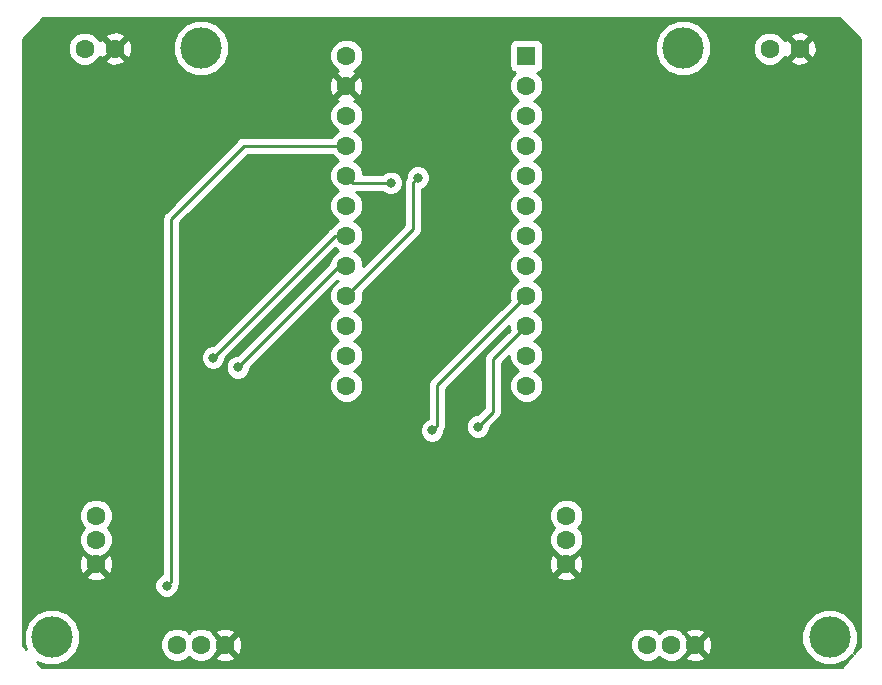
<source format=gbr>
G04 #@! TF.GenerationSoftware,KiCad,Pcbnew,5.0.2+dfsg1-1~bpo9+1*
G04 #@! TF.CreationDate,2019-05-16T11:20:28+01:00*
G04 #@! TF.ProjectId,arduino_controller_psp_stick,61726475-696e-46f5-9f63-6f6e74726f6c,rev?*
G04 #@! TF.SameCoordinates,Original*
G04 #@! TF.FileFunction,Copper,L2,Bot*
G04 #@! TF.FilePolarity,Positive*
%FSLAX46Y46*%
G04 Gerber Fmt 4.6, Leading zero omitted, Abs format (unit mm)*
G04 Created by KiCad (PCBNEW 5.0.2+dfsg1-1~bpo9+1) date Thu 16 May 2019 11:20:28 BST*
%MOMM*%
%LPD*%
G01*
G04 APERTURE LIST*
G04 #@! TA.AperFunction,ComponentPad*
%ADD10C,1.600000*%
G04 #@! TD*
G04 #@! TA.AperFunction,ComponentPad*
%ADD11R,1.600000X1.600000*%
G04 #@! TD*
G04 #@! TA.AperFunction,ComponentPad*
%ADD12C,3.500000*%
G04 #@! TD*
G04 #@! TA.AperFunction,ViaPad*
%ADD13C,0.800000*%
G04 #@! TD*
G04 #@! TA.AperFunction,Conductor*
%ADD14C,0.250000*%
G04 #@! TD*
G04 #@! TA.AperFunction,Conductor*
%ADD15C,0.254000*%
G04 #@! TD*
G04 APERTURE END LIST*
D10*
G04 #@! TO.P,U7,4*
G04 #@! TO.N,Net-(U1-Pad19)*
X166179500Y-118046500D03*
G04 #@! TO.P,U7,2*
G04 #@! TO.N,Net-(U1-Pad20)*
X157289500Y-109156500D03*
G04 #@! TO.P,U7,3*
G04 #@! TO.N,Net-(SW1-Pad2)*
X168211500Y-118046500D03*
G04 #@! TO.P,U7,1*
G04 #@! TO.N,Net-(U1-Pad21)*
X164147500Y-118046500D03*
X157289500Y-107124500D03*
G04 #@! TO.P,U7,3*
G04 #@! TO.N,Net-(SW1-Pad2)*
X157289500Y-111188500D03*
G04 #@! TD*
D11*
G04 #@! TO.P,U1,1*
G04 #@! TO.N,Net-(U1-Pad1)*
X153898500Y-68181500D03*
D10*
G04 #@! TO.P,U1,2*
G04 #@! TO.N,Net-(U1-Pad2)*
X153898500Y-70721500D03*
G04 #@! TO.P,U1,3*
G04 #@! TO.N,Net-(U1-Pad3)*
X153898500Y-73261500D03*
G04 #@! TO.P,U1,4*
G04 #@! TO.N,Net-(U1-Pad4)*
X153898500Y-75801500D03*
G04 #@! TO.P,U1,5*
G04 #@! TO.N,Net-(SW2-Pad1)*
X153898500Y-78341500D03*
G04 #@! TO.P,U1,6*
G04 #@! TO.N,Net-(SW9-Pad1)*
X153898500Y-80881500D03*
G04 #@! TO.P,U1,7*
G04 #@! TO.N,Net-(SW3-Pad1)*
X153898500Y-83421500D03*
G04 #@! TO.P,U1,8*
G04 #@! TO.N,Net-(SW1-Pad1)*
X153898500Y-85961500D03*
G04 #@! TO.P,U1,9*
G04 #@! TO.N,Net-(SW4-Pad1)*
X153898500Y-88501500D03*
G04 #@! TO.P,U1,10*
G04 #@! TO.N,Net-(SW5-Pad1)*
X153898500Y-91041500D03*
G04 #@! TO.P,U1,11*
G04 #@! TO.N,Net-(SW6-Pad1)*
X153898500Y-93581500D03*
G04 #@! TO.P,U1,12*
G04 #@! TO.N,Net-(SW7-Pad1)*
X153898500Y-96121500D03*
G04 #@! TO.P,U1,13*
G04 #@! TO.N,Net-(SW10-Pad1)*
X138658500Y-96121500D03*
G04 #@! TO.P,U1,14*
G04 #@! TO.N,Net-(SW8-Pad1)*
X138658500Y-93581500D03*
G04 #@! TO.P,U1,15*
G04 #@! TO.N,Net-(SW11-Pad1)*
X138658500Y-91041500D03*
G04 #@! TO.P,U1,16*
G04 #@! TO.N,Net-(SW12-Pad1)*
X138658500Y-88501500D03*
G04 #@! TO.P,U1,17*
G04 #@! TO.N,Net-(U1-Pad17)*
X138658500Y-85961500D03*
G04 #@! TO.P,U1,18*
G04 #@! TO.N,Net-(U1-Pad18)*
X138658500Y-83421500D03*
G04 #@! TO.P,U1,19*
G04 #@! TO.N,Net-(U1-Pad19)*
X138658500Y-80881500D03*
G04 #@! TO.P,U1,20*
G04 #@! TO.N,Net-(U1-Pad20)*
X138658500Y-78341500D03*
G04 #@! TO.P,U1,21*
G04 #@! TO.N,Net-(U1-Pad21)*
X138658500Y-75801500D03*
G04 #@! TO.P,U1,22*
G04 #@! TO.N,Net-(U1-Pad22)*
X138658500Y-73261500D03*
G04 #@! TO.P,U1,23*
G04 #@! TO.N,Net-(SW1-Pad2)*
X138658500Y-70721500D03*
G04 #@! TO.P,U1,24*
G04 #@! TO.N,Net-(U1-Pad24)*
X138658500Y-68181500D03*
G04 #@! TD*
G04 #@! TO.P,U6,3*
G04 #@! TO.N,Net-(SW1-Pad2)*
X117475000Y-111188500D03*
G04 #@! TO.P,U6,1*
G04 #@! TO.N,Net-(U1-Pad21)*
X117475000Y-107124500D03*
X124333000Y-118046500D03*
G04 #@! TO.P,U6,3*
G04 #@! TO.N,Net-(SW1-Pad2)*
X128397000Y-118046500D03*
G04 #@! TO.P,U6,2*
G04 #@! TO.N,Net-(U1-Pad17)*
X117475000Y-109156500D03*
G04 #@! TO.P,U6,4*
G04 #@! TO.N,Net-(U1-Pad18)*
X126365000Y-118046500D03*
G04 #@! TD*
D12*
G04 #@! TO.P,U3,1*
G04 #@! TO.N,Net-(U3-Pad1)*
X113728500Y-117411500D03*
G04 #@! TD*
G04 #@! TO.P,U5,1*
G04 #@! TO.N,Net-(U5-Pad1)*
X179578000Y-117411500D03*
G04 #@! TD*
G04 #@! TO.P,U4,1*
G04 #@! TO.N,Net-(U4-Pad1)*
X167195500Y-67500500D03*
G04 #@! TD*
G04 #@! TO.P,U2,1*
G04 #@! TO.N,Net-(U2-Pad1)*
X126365000Y-67500500D03*
G04 #@! TD*
D10*
G04 #@! TO.P,SW11,1*
G04 #@! TO.N,Net-(SW11-Pad1)*
X116522500Y-67564000D03*
G04 #@! TO.P,SW11,2*
G04 #@! TO.N,Net-(SW1-Pad2)*
X119062500Y-67564000D03*
G04 #@! TD*
G04 #@! TO.P,SW12,2*
G04 #@! TO.N,Net-(SW1-Pad2)*
X177038000Y-67564000D03*
G04 #@! TO.P,SW12,1*
G04 #@! TO.N,Net-(SW12-Pad1)*
X174498000Y-67564000D03*
G04 #@! TD*
D13*
G04 #@! TO.N,Net-(U1-Pad17)*
X129476500Y-94551500D03*
G04 #@! TO.N,Net-(U1-Pad18)*
X127381000Y-93726000D03*
G04 #@! TO.N,Net-(U1-Pad20)*
X142430500Y-78930500D03*
G04 #@! TO.N,Net-(SW1-Pad2)*
X117284500Y-76454000D03*
X112712500Y-81153000D03*
X119634000Y-88709500D03*
X125412500Y-82740500D03*
X135572500Y-101727000D03*
X157924500Y-103124000D03*
X164465000Y-89725500D03*
X168846500Y-84582000D03*
X175641000Y-76517500D03*
X179959000Y-79946500D03*
G04 #@! TO.N,Net-(SW4-Pad1)*
X145923000Y-99885500D03*
G04 #@! TO.N,Net-(SW5-Pad1)*
X149796500Y-99568000D03*
G04 #@! TO.N,Net-(SW12-Pad1)*
X144716500Y-78486000D03*
G04 #@! TO.N,Net-(U1-Pad21)*
X123444000Y-113030000D03*
G04 #@! TD*
D14*
G04 #@! TO.N,Net-(U1-Pad17)*
X138066500Y-85961500D02*
X138658500Y-85961500D01*
X129476500Y-94551500D02*
X138066500Y-85961500D01*
G04 #@! TO.N,Net-(U1-Pad18)*
X137685500Y-83421500D02*
X138658500Y-83421500D01*
X127381000Y-93726000D02*
X137685500Y-83421500D01*
G04 #@! TO.N,Net-(U1-Pad20)*
X139247500Y-78930500D02*
X138658500Y-78341500D01*
X142430500Y-78930500D02*
X139247500Y-78930500D01*
G04 #@! TO.N,Net-(SW4-Pad1)*
X153098501Y-89301499D02*
X153898500Y-88501500D01*
X146322999Y-96077001D02*
X153098501Y-89301499D01*
X146322999Y-99485501D02*
X146322999Y-96077001D01*
X145923000Y-99885500D02*
X146322999Y-99485501D01*
G04 #@! TO.N,Net-(SW5-Pad1)*
X149796500Y-99568000D02*
X151066500Y-98298000D01*
X151066500Y-93873500D02*
X153898500Y-91041500D01*
X151066500Y-98298000D02*
X151066500Y-93873500D01*
G04 #@! TO.N,Net-(SW12-Pad1)*
X144316501Y-82843499D02*
X139458499Y-87701501D01*
X139458499Y-87701501D02*
X138658500Y-88501500D01*
X144316501Y-78885999D02*
X144316501Y-82843499D01*
X144716500Y-78486000D02*
X144316501Y-78885999D01*
G04 #@! TO.N,Net-(U1-Pad21)*
X123843999Y-112630001D02*
X123843999Y-81959501D01*
X123444000Y-113030000D02*
X123843999Y-112630001D01*
X130002000Y-75801500D02*
X138658500Y-75801500D01*
X123843999Y-81959501D02*
X130002000Y-75801500D01*
G04 #@! TD*
D15*
G04 #@! TO.N,Net-(SW1-Pad2)*
G36*
X180372091Y-64981697D02*
X182118000Y-66727606D01*
X182118000Y-118127080D01*
X181617297Y-118720505D01*
X181963000Y-117885906D01*
X181963000Y-116937094D01*
X181599905Y-116060506D01*
X180928994Y-115389595D01*
X180052406Y-115026500D01*
X179103594Y-115026500D01*
X178227006Y-115389595D01*
X177556095Y-116060506D01*
X177193000Y-116937094D01*
X177193000Y-117885906D01*
X177556095Y-118762494D01*
X178227006Y-119433405D01*
X179103594Y-119796500D01*
X180052406Y-119796500D01*
X180928994Y-119433405D01*
X181484476Y-118877923D01*
X180623309Y-119898565D01*
X180421339Y-119937093D01*
X180328836Y-119940000D01*
X113011167Y-119940000D01*
X112888652Y-119924523D01*
X112502597Y-119485220D01*
X113254094Y-119796500D01*
X114202906Y-119796500D01*
X115079494Y-119433405D01*
X115750405Y-118762494D01*
X116113500Y-117885906D01*
X116113500Y-117761061D01*
X122898000Y-117761061D01*
X122898000Y-118331939D01*
X123116466Y-118859362D01*
X123520138Y-119263034D01*
X124047561Y-119481500D01*
X124618439Y-119481500D01*
X125145862Y-119263034D01*
X125349000Y-119059896D01*
X125552138Y-119263034D01*
X126079561Y-119481500D01*
X126650439Y-119481500D01*
X127177862Y-119263034D01*
X127386651Y-119054245D01*
X127568861Y-119054245D01*
X127642995Y-119300364D01*
X128180223Y-119493465D01*
X128750454Y-119466278D01*
X129151005Y-119300364D01*
X129225139Y-119054245D01*
X128397000Y-118226105D01*
X127568861Y-119054245D01*
X127386651Y-119054245D01*
X127581534Y-118859362D01*
X127706693Y-118557201D01*
X128217395Y-118046500D01*
X128576605Y-118046500D01*
X129404745Y-118874639D01*
X129650864Y-118800505D01*
X129843965Y-118263277D01*
X129820021Y-117761061D01*
X162712500Y-117761061D01*
X162712500Y-118331939D01*
X162930966Y-118859362D01*
X163334638Y-119263034D01*
X163862061Y-119481500D01*
X164432939Y-119481500D01*
X164960362Y-119263034D01*
X165163500Y-119059896D01*
X165366638Y-119263034D01*
X165894061Y-119481500D01*
X166464939Y-119481500D01*
X166992362Y-119263034D01*
X167201151Y-119054245D01*
X167383361Y-119054245D01*
X167457495Y-119300364D01*
X167994723Y-119493465D01*
X168564954Y-119466278D01*
X168965505Y-119300364D01*
X169039639Y-119054245D01*
X168211500Y-118226105D01*
X167383361Y-119054245D01*
X167201151Y-119054245D01*
X167396034Y-118859362D01*
X167521193Y-118557201D01*
X168031895Y-118046500D01*
X168391105Y-118046500D01*
X169219245Y-118874639D01*
X169465364Y-118800505D01*
X169658465Y-118263277D01*
X169631278Y-117693046D01*
X169465364Y-117292495D01*
X169219245Y-117218361D01*
X168391105Y-118046500D01*
X168031895Y-118046500D01*
X167521193Y-117535799D01*
X167396034Y-117233638D01*
X167201151Y-117038755D01*
X167383361Y-117038755D01*
X168211500Y-117866895D01*
X169039639Y-117038755D01*
X168965505Y-116792636D01*
X168428277Y-116599535D01*
X167858046Y-116626722D01*
X167457495Y-116792636D01*
X167383361Y-117038755D01*
X167201151Y-117038755D01*
X166992362Y-116829966D01*
X166464939Y-116611500D01*
X165894061Y-116611500D01*
X165366638Y-116829966D01*
X165163500Y-117033104D01*
X164960362Y-116829966D01*
X164432939Y-116611500D01*
X163862061Y-116611500D01*
X163334638Y-116829966D01*
X162930966Y-117233638D01*
X162712500Y-117761061D01*
X129820021Y-117761061D01*
X129816778Y-117693046D01*
X129650864Y-117292495D01*
X129404745Y-117218361D01*
X128576605Y-118046500D01*
X128217395Y-118046500D01*
X127706693Y-117535799D01*
X127581534Y-117233638D01*
X127386651Y-117038755D01*
X127568861Y-117038755D01*
X128397000Y-117866895D01*
X129225139Y-117038755D01*
X129151005Y-116792636D01*
X128613777Y-116599535D01*
X128043546Y-116626722D01*
X127642995Y-116792636D01*
X127568861Y-117038755D01*
X127386651Y-117038755D01*
X127177862Y-116829966D01*
X126650439Y-116611500D01*
X126079561Y-116611500D01*
X125552138Y-116829966D01*
X125349000Y-117033104D01*
X125145862Y-116829966D01*
X124618439Y-116611500D01*
X124047561Y-116611500D01*
X123520138Y-116829966D01*
X123116466Y-117233638D01*
X122898000Y-117761061D01*
X116113500Y-117761061D01*
X116113500Y-116937094D01*
X115750405Y-116060506D01*
X115079494Y-115389595D01*
X114202906Y-115026500D01*
X113254094Y-115026500D01*
X112377506Y-115389595D01*
X111706595Y-116060506D01*
X111343500Y-116937094D01*
X111343500Y-117885906D01*
X111563155Y-118416198D01*
X111252000Y-118062126D01*
X111252000Y-112824126D01*
X122409000Y-112824126D01*
X122409000Y-113235874D01*
X122566569Y-113616280D01*
X122857720Y-113907431D01*
X123238126Y-114065000D01*
X123649874Y-114065000D01*
X124030280Y-113907431D01*
X124321431Y-113616280D01*
X124479000Y-113235874D01*
X124479000Y-113047618D01*
X124559903Y-112926538D01*
X124603999Y-112704853D01*
X124603999Y-112704849D01*
X124618887Y-112630002D01*
X124603999Y-112555155D01*
X124603999Y-112196245D01*
X156461361Y-112196245D01*
X156535495Y-112442364D01*
X157072723Y-112635465D01*
X157642954Y-112608278D01*
X158043505Y-112442364D01*
X158117639Y-112196245D01*
X157289500Y-111368105D01*
X156461361Y-112196245D01*
X124603999Y-112196245D01*
X124603999Y-110971723D01*
X155842535Y-110971723D01*
X155869722Y-111541954D01*
X156035636Y-111942505D01*
X156281755Y-112016639D01*
X157109895Y-111188500D01*
X157469105Y-111188500D01*
X158297245Y-112016639D01*
X158543364Y-111942505D01*
X158736465Y-111405277D01*
X158709278Y-110835046D01*
X158543364Y-110434495D01*
X158297245Y-110360361D01*
X157469105Y-111188500D01*
X157109895Y-111188500D01*
X156281755Y-110360361D01*
X156035636Y-110434495D01*
X155842535Y-110971723D01*
X124603999Y-110971723D01*
X124603999Y-106839061D01*
X155854500Y-106839061D01*
X155854500Y-107409939D01*
X156072966Y-107937362D01*
X156276104Y-108140500D01*
X156072966Y-108343638D01*
X155854500Y-108871061D01*
X155854500Y-109441939D01*
X156072966Y-109969362D01*
X156476638Y-110373034D01*
X156778799Y-110498193D01*
X157289500Y-111008895D01*
X157800201Y-110498193D01*
X158102362Y-110373034D01*
X158506034Y-109969362D01*
X158724500Y-109441939D01*
X158724500Y-108871061D01*
X158506034Y-108343638D01*
X158302896Y-108140500D01*
X158506034Y-107937362D01*
X158724500Y-107409939D01*
X158724500Y-106839061D01*
X158506034Y-106311638D01*
X158102362Y-105907966D01*
X157574939Y-105689500D01*
X157004061Y-105689500D01*
X156476638Y-105907966D01*
X156072966Y-106311638D01*
X155854500Y-106839061D01*
X124603999Y-106839061D01*
X124603999Y-99679626D01*
X144888000Y-99679626D01*
X144888000Y-100091374D01*
X145045569Y-100471780D01*
X145336720Y-100762931D01*
X145717126Y-100920500D01*
X146128874Y-100920500D01*
X146509280Y-100762931D01*
X146800431Y-100471780D01*
X146958000Y-100091374D01*
X146958000Y-99903118D01*
X147038903Y-99782038D01*
X147082999Y-99560353D01*
X147082999Y-99560349D01*
X147097887Y-99485502D01*
X147082999Y-99410655D01*
X147082999Y-96391802D01*
X152463500Y-91011302D01*
X152463500Y-91326939D01*
X152485397Y-91379802D01*
X150582028Y-93283171D01*
X150518572Y-93325571D01*
X150476172Y-93389027D01*
X150476171Y-93389028D01*
X150350597Y-93576963D01*
X150291612Y-93873500D01*
X150306501Y-93948352D01*
X150306500Y-97983198D01*
X149756699Y-98533000D01*
X149590626Y-98533000D01*
X149210220Y-98690569D01*
X148919069Y-98981720D01*
X148761500Y-99362126D01*
X148761500Y-99773874D01*
X148919069Y-100154280D01*
X149210220Y-100445431D01*
X149590626Y-100603000D01*
X150002374Y-100603000D01*
X150382780Y-100445431D01*
X150673931Y-100154280D01*
X150831500Y-99773874D01*
X150831500Y-99607801D01*
X151550973Y-98888329D01*
X151614429Y-98845929D01*
X151782404Y-98594537D01*
X151826500Y-98372852D01*
X151826500Y-98372848D01*
X151841388Y-98298001D01*
X151826500Y-98223154D01*
X151826500Y-94188301D01*
X152463500Y-93551301D01*
X152463500Y-93866939D01*
X152681966Y-94394362D01*
X153085638Y-94798034D01*
X153214716Y-94851500D01*
X153085638Y-94904966D01*
X152681966Y-95308638D01*
X152463500Y-95836061D01*
X152463500Y-96406939D01*
X152681966Y-96934362D01*
X153085638Y-97338034D01*
X153613061Y-97556500D01*
X154183939Y-97556500D01*
X154711362Y-97338034D01*
X155115034Y-96934362D01*
X155333500Y-96406939D01*
X155333500Y-95836061D01*
X155115034Y-95308638D01*
X154711362Y-94904966D01*
X154582284Y-94851500D01*
X154711362Y-94798034D01*
X155115034Y-94394362D01*
X155333500Y-93866939D01*
X155333500Y-93296061D01*
X155115034Y-92768638D01*
X154711362Y-92364966D01*
X154582284Y-92311500D01*
X154711362Y-92258034D01*
X155115034Y-91854362D01*
X155333500Y-91326939D01*
X155333500Y-90756061D01*
X155115034Y-90228638D01*
X154711362Y-89824966D01*
X154582284Y-89771500D01*
X154711362Y-89718034D01*
X155115034Y-89314362D01*
X155333500Y-88786939D01*
X155333500Y-88216061D01*
X155115034Y-87688638D01*
X154711362Y-87284966D01*
X154582284Y-87231500D01*
X154711362Y-87178034D01*
X155115034Y-86774362D01*
X155333500Y-86246939D01*
X155333500Y-85676061D01*
X155115034Y-85148638D01*
X154711362Y-84744966D01*
X154582284Y-84691500D01*
X154711362Y-84638034D01*
X155115034Y-84234362D01*
X155333500Y-83706939D01*
X155333500Y-83136061D01*
X155115034Y-82608638D01*
X154711362Y-82204966D01*
X154582284Y-82151500D01*
X154711362Y-82098034D01*
X155115034Y-81694362D01*
X155333500Y-81166939D01*
X155333500Y-80596061D01*
X155115034Y-80068638D01*
X154711362Y-79664966D01*
X154582284Y-79611500D01*
X154711362Y-79558034D01*
X155115034Y-79154362D01*
X155333500Y-78626939D01*
X155333500Y-78056061D01*
X155115034Y-77528638D01*
X154711362Y-77124966D01*
X154582284Y-77071500D01*
X154711362Y-77018034D01*
X155115034Y-76614362D01*
X155333500Y-76086939D01*
X155333500Y-75516061D01*
X155115034Y-74988638D01*
X154711362Y-74584966D01*
X154582284Y-74531500D01*
X154711362Y-74478034D01*
X155115034Y-74074362D01*
X155333500Y-73546939D01*
X155333500Y-72976061D01*
X155115034Y-72448638D01*
X154711362Y-72044966D01*
X154582284Y-71991500D01*
X154711362Y-71938034D01*
X155115034Y-71534362D01*
X155333500Y-71006939D01*
X155333500Y-70436061D01*
X155115034Y-69908638D01*
X154812634Y-69606238D01*
X154946265Y-69579657D01*
X155156309Y-69439309D01*
X155296657Y-69229265D01*
X155345940Y-68981500D01*
X155345940Y-67381500D01*
X155296657Y-67133735D01*
X155224734Y-67026094D01*
X164810500Y-67026094D01*
X164810500Y-67974906D01*
X165173595Y-68851494D01*
X165844506Y-69522405D01*
X166721094Y-69885500D01*
X167669906Y-69885500D01*
X168546494Y-69522405D01*
X169217405Y-68851494D01*
X169580500Y-67974906D01*
X169580500Y-67278561D01*
X173063000Y-67278561D01*
X173063000Y-67849439D01*
X173281466Y-68376862D01*
X173685138Y-68780534D01*
X174212561Y-68999000D01*
X174783439Y-68999000D01*
X175310862Y-68780534D01*
X175519651Y-68571745D01*
X176209861Y-68571745D01*
X176283995Y-68817864D01*
X176821223Y-69010965D01*
X177391454Y-68983778D01*
X177792005Y-68817864D01*
X177866139Y-68571745D01*
X177038000Y-67743605D01*
X176209861Y-68571745D01*
X175519651Y-68571745D01*
X175714534Y-68376862D01*
X175761525Y-68263417D01*
X175784136Y-68318005D01*
X176030255Y-68392139D01*
X176858395Y-67564000D01*
X177217605Y-67564000D01*
X178045745Y-68392139D01*
X178291864Y-68318005D01*
X178484965Y-67780777D01*
X178457778Y-67210546D01*
X178291864Y-66809995D01*
X178045745Y-66735861D01*
X177217605Y-67564000D01*
X176858395Y-67564000D01*
X176030255Y-66735861D01*
X175784136Y-66809995D01*
X175763126Y-66868448D01*
X175714534Y-66751138D01*
X175519651Y-66556255D01*
X176209861Y-66556255D01*
X177038000Y-67384395D01*
X177866139Y-66556255D01*
X177792005Y-66310136D01*
X177254777Y-66117035D01*
X176684546Y-66144222D01*
X176283995Y-66310136D01*
X176209861Y-66556255D01*
X175519651Y-66556255D01*
X175310862Y-66347466D01*
X174783439Y-66129000D01*
X174212561Y-66129000D01*
X173685138Y-66347466D01*
X173281466Y-66751138D01*
X173063000Y-67278561D01*
X169580500Y-67278561D01*
X169580500Y-67026094D01*
X169217405Y-66149506D01*
X168546494Y-65478595D01*
X167669906Y-65115500D01*
X166721094Y-65115500D01*
X165844506Y-65478595D01*
X165173595Y-66149506D01*
X164810500Y-67026094D01*
X155224734Y-67026094D01*
X155156309Y-66923691D01*
X154946265Y-66783343D01*
X154698500Y-66734060D01*
X153098500Y-66734060D01*
X152850735Y-66783343D01*
X152640691Y-66923691D01*
X152500343Y-67133735D01*
X152451060Y-67381500D01*
X152451060Y-68981500D01*
X152500343Y-69229265D01*
X152640691Y-69439309D01*
X152850735Y-69579657D01*
X152984366Y-69606238D01*
X152681966Y-69908638D01*
X152463500Y-70436061D01*
X152463500Y-71006939D01*
X152681966Y-71534362D01*
X153085638Y-71938034D01*
X153214716Y-71991500D01*
X153085638Y-72044966D01*
X152681966Y-72448638D01*
X152463500Y-72976061D01*
X152463500Y-73546939D01*
X152681966Y-74074362D01*
X153085638Y-74478034D01*
X153214716Y-74531500D01*
X153085638Y-74584966D01*
X152681966Y-74988638D01*
X152463500Y-75516061D01*
X152463500Y-76086939D01*
X152681966Y-76614362D01*
X153085638Y-77018034D01*
X153214716Y-77071500D01*
X153085638Y-77124966D01*
X152681966Y-77528638D01*
X152463500Y-78056061D01*
X152463500Y-78626939D01*
X152681966Y-79154362D01*
X153085638Y-79558034D01*
X153214716Y-79611500D01*
X153085638Y-79664966D01*
X152681966Y-80068638D01*
X152463500Y-80596061D01*
X152463500Y-81166939D01*
X152681966Y-81694362D01*
X153085638Y-82098034D01*
X153214716Y-82151500D01*
X153085638Y-82204966D01*
X152681966Y-82608638D01*
X152463500Y-83136061D01*
X152463500Y-83706939D01*
X152681966Y-84234362D01*
X153085638Y-84638034D01*
X153214716Y-84691500D01*
X153085638Y-84744966D01*
X152681966Y-85148638D01*
X152463500Y-85676061D01*
X152463500Y-86246939D01*
X152681966Y-86774362D01*
X153085638Y-87178034D01*
X153214716Y-87231500D01*
X153085638Y-87284966D01*
X152681966Y-87688638D01*
X152463500Y-88216061D01*
X152463500Y-88786939D01*
X152485396Y-88839802D01*
X145838527Y-95486672D01*
X145775071Y-95529072D01*
X145732671Y-95592528D01*
X145732670Y-95592529D01*
X145607096Y-95780464D01*
X145548111Y-96077001D01*
X145563000Y-96151853D01*
X145562999Y-98914341D01*
X145336720Y-99008069D01*
X145045569Y-99299220D01*
X144888000Y-99679626D01*
X124603999Y-99679626D01*
X124603999Y-82274302D01*
X130316802Y-76561500D01*
X137420070Y-76561500D01*
X137441966Y-76614362D01*
X137845638Y-77018034D01*
X137974716Y-77071500D01*
X137845638Y-77124966D01*
X137441966Y-77528638D01*
X137223500Y-78056061D01*
X137223500Y-78626939D01*
X137441966Y-79154362D01*
X137845638Y-79558034D01*
X137974716Y-79611500D01*
X137845638Y-79664966D01*
X137441966Y-80068638D01*
X137223500Y-80596061D01*
X137223500Y-81166939D01*
X137441966Y-81694362D01*
X137845638Y-82098034D01*
X137974716Y-82151500D01*
X137845638Y-82204966D01*
X137441966Y-82608638D01*
X137402958Y-82702812D01*
X137388962Y-82705596D01*
X137345871Y-82734389D01*
X137137571Y-82873571D01*
X137095171Y-82937027D01*
X127341199Y-92691000D01*
X127175126Y-92691000D01*
X126794720Y-92848569D01*
X126503569Y-93139720D01*
X126346000Y-93520126D01*
X126346000Y-93931874D01*
X126503569Y-94312280D01*
X126794720Y-94603431D01*
X127175126Y-94761000D01*
X127586874Y-94761000D01*
X127967280Y-94603431D01*
X128258431Y-94312280D01*
X128416000Y-93931874D01*
X128416000Y-93765801D01*
X137694703Y-84487099D01*
X137845638Y-84638034D01*
X137974716Y-84691500D01*
X137845638Y-84744966D01*
X137441966Y-85148638D01*
X137223500Y-85676061D01*
X137223500Y-85729698D01*
X129436699Y-93516500D01*
X129270626Y-93516500D01*
X128890220Y-93674069D01*
X128599069Y-93965220D01*
X128441500Y-94345626D01*
X128441500Y-94757374D01*
X128599069Y-95137780D01*
X128890220Y-95428931D01*
X129270626Y-95586500D01*
X129682374Y-95586500D01*
X130062780Y-95428931D01*
X130353931Y-95137780D01*
X130511500Y-94757374D01*
X130511500Y-94591301D01*
X137901591Y-87201211D01*
X137974716Y-87231500D01*
X137845638Y-87284966D01*
X137441966Y-87688638D01*
X137223500Y-88216061D01*
X137223500Y-88786939D01*
X137441966Y-89314362D01*
X137845638Y-89718034D01*
X137974716Y-89771500D01*
X137845638Y-89824966D01*
X137441966Y-90228638D01*
X137223500Y-90756061D01*
X137223500Y-91326939D01*
X137441966Y-91854362D01*
X137845638Y-92258034D01*
X137974716Y-92311500D01*
X137845638Y-92364966D01*
X137441966Y-92768638D01*
X137223500Y-93296061D01*
X137223500Y-93866939D01*
X137441966Y-94394362D01*
X137845638Y-94798034D01*
X137974716Y-94851500D01*
X137845638Y-94904966D01*
X137441966Y-95308638D01*
X137223500Y-95836061D01*
X137223500Y-96406939D01*
X137441966Y-96934362D01*
X137845638Y-97338034D01*
X138373061Y-97556500D01*
X138943939Y-97556500D01*
X139471362Y-97338034D01*
X139875034Y-96934362D01*
X140093500Y-96406939D01*
X140093500Y-95836061D01*
X139875034Y-95308638D01*
X139471362Y-94904966D01*
X139342284Y-94851500D01*
X139471362Y-94798034D01*
X139875034Y-94394362D01*
X140093500Y-93866939D01*
X140093500Y-93296061D01*
X139875034Y-92768638D01*
X139471362Y-92364966D01*
X139342284Y-92311500D01*
X139471362Y-92258034D01*
X139875034Y-91854362D01*
X140093500Y-91326939D01*
X140093500Y-90756061D01*
X139875034Y-90228638D01*
X139471362Y-89824966D01*
X139342284Y-89771500D01*
X139471362Y-89718034D01*
X139875034Y-89314362D01*
X140093500Y-88786939D01*
X140093500Y-88216061D01*
X140071603Y-88163198D01*
X144800977Y-83433826D01*
X144864430Y-83391428D01*
X144906828Y-83327975D01*
X144906830Y-83327973D01*
X145032404Y-83140037D01*
X145032405Y-83140036D01*
X145076501Y-82918351D01*
X145076501Y-82918347D01*
X145091389Y-82843500D01*
X145076501Y-82768653D01*
X145076501Y-79457159D01*
X145302780Y-79363431D01*
X145593931Y-79072280D01*
X145751500Y-78691874D01*
X145751500Y-78280126D01*
X145593931Y-77899720D01*
X145302780Y-77608569D01*
X144922374Y-77451000D01*
X144510626Y-77451000D01*
X144130220Y-77608569D01*
X143839069Y-77899720D01*
X143681500Y-78280126D01*
X143681500Y-78468383D01*
X143600597Y-78589463D01*
X143556501Y-78811148D01*
X143556501Y-78811152D01*
X143541613Y-78885999D01*
X143556501Y-78960846D01*
X143556502Y-82528695D01*
X140093500Y-85991699D01*
X140093500Y-85676061D01*
X139875034Y-85148638D01*
X139471362Y-84744966D01*
X139342284Y-84691500D01*
X139471362Y-84638034D01*
X139875034Y-84234362D01*
X140093500Y-83706939D01*
X140093500Y-83136061D01*
X139875034Y-82608638D01*
X139471362Y-82204966D01*
X139342284Y-82151500D01*
X139471362Y-82098034D01*
X139875034Y-81694362D01*
X140093500Y-81166939D01*
X140093500Y-80596061D01*
X139875034Y-80068638D01*
X139496896Y-79690500D01*
X141726789Y-79690500D01*
X141844220Y-79807931D01*
X142224626Y-79965500D01*
X142636374Y-79965500D01*
X143016780Y-79807931D01*
X143307931Y-79516780D01*
X143465500Y-79136374D01*
X143465500Y-78724626D01*
X143307931Y-78344220D01*
X143016780Y-78053069D01*
X142636374Y-77895500D01*
X142224626Y-77895500D01*
X141844220Y-78053069D01*
X141726789Y-78170500D01*
X140093500Y-78170500D01*
X140093500Y-78056061D01*
X139875034Y-77528638D01*
X139471362Y-77124966D01*
X139342284Y-77071500D01*
X139471362Y-77018034D01*
X139875034Y-76614362D01*
X140093500Y-76086939D01*
X140093500Y-75516061D01*
X139875034Y-74988638D01*
X139471362Y-74584966D01*
X139342284Y-74531500D01*
X139471362Y-74478034D01*
X139875034Y-74074362D01*
X140093500Y-73546939D01*
X140093500Y-72976061D01*
X139875034Y-72448638D01*
X139471362Y-72044966D01*
X139357917Y-71997975D01*
X139412505Y-71975364D01*
X139486639Y-71729245D01*
X138658500Y-70901105D01*
X137830361Y-71729245D01*
X137904495Y-71975364D01*
X137962948Y-71996374D01*
X137845638Y-72044966D01*
X137441966Y-72448638D01*
X137223500Y-72976061D01*
X137223500Y-73546939D01*
X137441966Y-74074362D01*
X137845638Y-74478034D01*
X137974716Y-74531500D01*
X137845638Y-74584966D01*
X137441966Y-74988638D01*
X137420070Y-75041500D01*
X130076848Y-75041500D01*
X130002000Y-75026612D01*
X129927152Y-75041500D01*
X129927148Y-75041500D01*
X129705463Y-75085596D01*
X129454071Y-75253571D01*
X129411671Y-75317027D01*
X123359527Y-81369172D01*
X123296071Y-81411572D01*
X123253671Y-81475028D01*
X123253670Y-81475029D01*
X123128096Y-81662964D01*
X123069111Y-81959501D01*
X123084000Y-82034353D01*
X123083999Y-112058841D01*
X122857720Y-112152569D01*
X122566569Y-112443720D01*
X122409000Y-112824126D01*
X111252000Y-112824126D01*
X111252000Y-112196245D01*
X116646861Y-112196245D01*
X116720995Y-112442364D01*
X117258223Y-112635465D01*
X117828454Y-112608278D01*
X118229005Y-112442364D01*
X118303139Y-112196245D01*
X117475000Y-111368105D01*
X116646861Y-112196245D01*
X111252000Y-112196245D01*
X111252000Y-110971723D01*
X116028035Y-110971723D01*
X116055222Y-111541954D01*
X116221136Y-111942505D01*
X116467255Y-112016639D01*
X117295395Y-111188500D01*
X117654605Y-111188500D01*
X118482745Y-112016639D01*
X118728864Y-111942505D01*
X118921965Y-111405277D01*
X118894778Y-110835046D01*
X118728864Y-110434495D01*
X118482745Y-110360361D01*
X117654605Y-111188500D01*
X117295395Y-111188500D01*
X116467255Y-110360361D01*
X116221136Y-110434495D01*
X116028035Y-110971723D01*
X111252000Y-110971723D01*
X111252000Y-106839061D01*
X116040000Y-106839061D01*
X116040000Y-107409939D01*
X116258466Y-107937362D01*
X116461604Y-108140500D01*
X116258466Y-108343638D01*
X116040000Y-108871061D01*
X116040000Y-109441939D01*
X116258466Y-109969362D01*
X116662138Y-110373034D01*
X116964299Y-110498193D01*
X117475000Y-111008895D01*
X117985701Y-110498193D01*
X118287862Y-110373034D01*
X118691534Y-109969362D01*
X118910000Y-109441939D01*
X118910000Y-108871061D01*
X118691534Y-108343638D01*
X118488396Y-108140500D01*
X118691534Y-107937362D01*
X118910000Y-107409939D01*
X118910000Y-106839061D01*
X118691534Y-106311638D01*
X118287862Y-105907966D01*
X117760439Y-105689500D01*
X117189561Y-105689500D01*
X116662138Y-105907966D01*
X116258466Y-106311638D01*
X116040000Y-106839061D01*
X111252000Y-106839061D01*
X111252000Y-70504723D01*
X137211535Y-70504723D01*
X137238722Y-71074954D01*
X137404636Y-71475505D01*
X137650755Y-71549639D01*
X138478895Y-70721500D01*
X138838105Y-70721500D01*
X139666245Y-71549639D01*
X139912364Y-71475505D01*
X140105465Y-70938277D01*
X140078278Y-70368046D01*
X139912364Y-69967495D01*
X139666245Y-69893361D01*
X138838105Y-70721500D01*
X138478895Y-70721500D01*
X137650755Y-69893361D01*
X137404636Y-69967495D01*
X137211535Y-70504723D01*
X111252000Y-70504723D01*
X111252000Y-67278561D01*
X115087500Y-67278561D01*
X115087500Y-67849439D01*
X115305966Y-68376862D01*
X115709638Y-68780534D01*
X116237061Y-68999000D01*
X116807939Y-68999000D01*
X117335362Y-68780534D01*
X117544151Y-68571745D01*
X118234361Y-68571745D01*
X118308495Y-68817864D01*
X118845723Y-69010965D01*
X119415954Y-68983778D01*
X119816505Y-68817864D01*
X119890639Y-68571745D01*
X119062500Y-67743605D01*
X118234361Y-68571745D01*
X117544151Y-68571745D01*
X117739034Y-68376862D01*
X117786025Y-68263417D01*
X117808636Y-68318005D01*
X118054755Y-68392139D01*
X118882895Y-67564000D01*
X119242105Y-67564000D01*
X120070245Y-68392139D01*
X120316364Y-68318005D01*
X120509465Y-67780777D01*
X120482278Y-67210546D01*
X120405876Y-67026094D01*
X123980000Y-67026094D01*
X123980000Y-67974906D01*
X124343095Y-68851494D01*
X125014006Y-69522405D01*
X125890594Y-69885500D01*
X126839406Y-69885500D01*
X127715994Y-69522405D01*
X128386905Y-68851494D01*
X128750000Y-67974906D01*
X128750000Y-67896061D01*
X137223500Y-67896061D01*
X137223500Y-68466939D01*
X137441966Y-68994362D01*
X137845638Y-69398034D01*
X137959083Y-69445025D01*
X137904495Y-69467636D01*
X137830361Y-69713755D01*
X138658500Y-70541895D01*
X139486639Y-69713755D01*
X139412505Y-69467636D01*
X139354052Y-69446626D01*
X139471362Y-69398034D01*
X139875034Y-68994362D01*
X140093500Y-68466939D01*
X140093500Y-67896061D01*
X139875034Y-67368638D01*
X139471362Y-66964966D01*
X138943939Y-66746500D01*
X138373061Y-66746500D01*
X137845638Y-66964966D01*
X137441966Y-67368638D01*
X137223500Y-67896061D01*
X128750000Y-67896061D01*
X128750000Y-67026094D01*
X128386905Y-66149506D01*
X127715994Y-65478595D01*
X126839406Y-65115500D01*
X125890594Y-65115500D01*
X125014006Y-65478595D01*
X124343095Y-66149506D01*
X123980000Y-67026094D01*
X120405876Y-67026094D01*
X120316364Y-66809995D01*
X120070245Y-66735861D01*
X119242105Y-67564000D01*
X118882895Y-67564000D01*
X118054755Y-66735861D01*
X117808636Y-66809995D01*
X117787626Y-66868448D01*
X117739034Y-66751138D01*
X117544151Y-66556255D01*
X118234361Y-66556255D01*
X119062500Y-67384395D01*
X119890639Y-66556255D01*
X119816505Y-66310136D01*
X119279277Y-66117035D01*
X118709046Y-66144222D01*
X118308495Y-66310136D01*
X118234361Y-66556255D01*
X117544151Y-66556255D01*
X117335362Y-66347466D01*
X116807939Y-66129000D01*
X116237061Y-66129000D01*
X115709638Y-66347466D01*
X115305966Y-66751138D01*
X115087500Y-67278561D01*
X111252000Y-67278561D01*
X111252000Y-66727606D01*
X113006517Y-64973089D01*
X113041162Y-64972000D01*
X180295334Y-64972000D01*
X180372091Y-64981697D01*
X180372091Y-64981697D01*
G37*
X180372091Y-64981697D02*
X182118000Y-66727606D01*
X182118000Y-118127080D01*
X181617297Y-118720505D01*
X181963000Y-117885906D01*
X181963000Y-116937094D01*
X181599905Y-116060506D01*
X180928994Y-115389595D01*
X180052406Y-115026500D01*
X179103594Y-115026500D01*
X178227006Y-115389595D01*
X177556095Y-116060506D01*
X177193000Y-116937094D01*
X177193000Y-117885906D01*
X177556095Y-118762494D01*
X178227006Y-119433405D01*
X179103594Y-119796500D01*
X180052406Y-119796500D01*
X180928994Y-119433405D01*
X181484476Y-118877923D01*
X180623309Y-119898565D01*
X180421339Y-119937093D01*
X180328836Y-119940000D01*
X113011167Y-119940000D01*
X112888652Y-119924523D01*
X112502597Y-119485220D01*
X113254094Y-119796500D01*
X114202906Y-119796500D01*
X115079494Y-119433405D01*
X115750405Y-118762494D01*
X116113500Y-117885906D01*
X116113500Y-117761061D01*
X122898000Y-117761061D01*
X122898000Y-118331939D01*
X123116466Y-118859362D01*
X123520138Y-119263034D01*
X124047561Y-119481500D01*
X124618439Y-119481500D01*
X125145862Y-119263034D01*
X125349000Y-119059896D01*
X125552138Y-119263034D01*
X126079561Y-119481500D01*
X126650439Y-119481500D01*
X127177862Y-119263034D01*
X127386651Y-119054245D01*
X127568861Y-119054245D01*
X127642995Y-119300364D01*
X128180223Y-119493465D01*
X128750454Y-119466278D01*
X129151005Y-119300364D01*
X129225139Y-119054245D01*
X128397000Y-118226105D01*
X127568861Y-119054245D01*
X127386651Y-119054245D01*
X127581534Y-118859362D01*
X127706693Y-118557201D01*
X128217395Y-118046500D01*
X128576605Y-118046500D01*
X129404745Y-118874639D01*
X129650864Y-118800505D01*
X129843965Y-118263277D01*
X129820021Y-117761061D01*
X162712500Y-117761061D01*
X162712500Y-118331939D01*
X162930966Y-118859362D01*
X163334638Y-119263034D01*
X163862061Y-119481500D01*
X164432939Y-119481500D01*
X164960362Y-119263034D01*
X165163500Y-119059896D01*
X165366638Y-119263034D01*
X165894061Y-119481500D01*
X166464939Y-119481500D01*
X166992362Y-119263034D01*
X167201151Y-119054245D01*
X167383361Y-119054245D01*
X167457495Y-119300364D01*
X167994723Y-119493465D01*
X168564954Y-119466278D01*
X168965505Y-119300364D01*
X169039639Y-119054245D01*
X168211500Y-118226105D01*
X167383361Y-119054245D01*
X167201151Y-119054245D01*
X167396034Y-118859362D01*
X167521193Y-118557201D01*
X168031895Y-118046500D01*
X168391105Y-118046500D01*
X169219245Y-118874639D01*
X169465364Y-118800505D01*
X169658465Y-118263277D01*
X169631278Y-117693046D01*
X169465364Y-117292495D01*
X169219245Y-117218361D01*
X168391105Y-118046500D01*
X168031895Y-118046500D01*
X167521193Y-117535799D01*
X167396034Y-117233638D01*
X167201151Y-117038755D01*
X167383361Y-117038755D01*
X168211500Y-117866895D01*
X169039639Y-117038755D01*
X168965505Y-116792636D01*
X168428277Y-116599535D01*
X167858046Y-116626722D01*
X167457495Y-116792636D01*
X167383361Y-117038755D01*
X167201151Y-117038755D01*
X166992362Y-116829966D01*
X166464939Y-116611500D01*
X165894061Y-116611500D01*
X165366638Y-116829966D01*
X165163500Y-117033104D01*
X164960362Y-116829966D01*
X164432939Y-116611500D01*
X163862061Y-116611500D01*
X163334638Y-116829966D01*
X162930966Y-117233638D01*
X162712500Y-117761061D01*
X129820021Y-117761061D01*
X129816778Y-117693046D01*
X129650864Y-117292495D01*
X129404745Y-117218361D01*
X128576605Y-118046500D01*
X128217395Y-118046500D01*
X127706693Y-117535799D01*
X127581534Y-117233638D01*
X127386651Y-117038755D01*
X127568861Y-117038755D01*
X128397000Y-117866895D01*
X129225139Y-117038755D01*
X129151005Y-116792636D01*
X128613777Y-116599535D01*
X128043546Y-116626722D01*
X127642995Y-116792636D01*
X127568861Y-117038755D01*
X127386651Y-117038755D01*
X127177862Y-116829966D01*
X126650439Y-116611500D01*
X126079561Y-116611500D01*
X125552138Y-116829966D01*
X125349000Y-117033104D01*
X125145862Y-116829966D01*
X124618439Y-116611500D01*
X124047561Y-116611500D01*
X123520138Y-116829966D01*
X123116466Y-117233638D01*
X122898000Y-117761061D01*
X116113500Y-117761061D01*
X116113500Y-116937094D01*
X115750405Y-116060506D01*
X115079494Y-115389595D01*
X114202906Y-115026500D01*
X113254094Y-115026500D01*
X112377506Y-115389595D01*
X111706595Y-116060506D01*
X111343500Y-116937094D01*
X111343500Y-117885906D01*
X111563155Y-118416198D01*
X111252000Y-118062126D01*
X111252000Y-112824126D01*
X122409000Y-112824126D01*
X122409000Y-113235874D01*
X122566569Y-113616280D01*
X122857720Y-113907431D01*
X123238126Y-114065000D01*
X123649874Y-114065000D01*
X124030280Y-113907431D01*
X124321431Y-113616280D01*
X124479000Y-113235874D01*
X124479000Y-113047618D01*
X124559903Y-112926538D01*
X124603999Y-112704853D01*
X124603999Y-112704849D01*
X124618887Y-112630002D01*
X124603999Y-112555155D01*
X124603999Y-112196245D01*
X156461361Y-112196245D01*
X156535495Y-112442364D01*
X157072723Y-112635465D01*
X157642954Y-112608278D01*
X158043505Y-112442364D01*
X158117639Y-112196245D01*
X157289500Y-111368105D01*
X156461361Y-112196245D01*
X124603999Y-112196245D01*
X124603999Y-110971723D01*
X155842535Y-110971723D01*
X155869722Y-111541954D01*
X156035636Y-111942505D01*
X156281755Y-112016639D01*
X157109895Y-111188500D01*
X157469105Y-111188500D01*
X158297245Y-112016639D01*
X158543364Y-111942505D01*
X158736465Y-111405277D01*
X158709278Y-110835046D01*
X158543364Y-110434495D01*
X158297245Y-110360361D01*
X157469105Y-111188500D01*
X157109895Y-111188500D01*
X156281755Y-110360361D01*
X156035636Y-110434495D01*
X155842535Y-110971723D01*
X124603999Y-110971723D01*
X124603999Y-106839061D01*
X155854500Y-106839061D01*
X155854500Y-107409939D01*
X156072966Y-107937362D01*
X156276104Y-108140500D01*
X156072966Y-108343638D01*
X155854500Y-108871061D01*
X155854500Y-109441939D01*
X156072966Y-109969362D01*
X156476638Y-110373034D01*
X156778799Y-110498193D01*
X157289500Y-111008895D01*
X157800201Y-110498193D01*
X158102362Y-110373034D01*
X158506034Y-109969362D01*
X158724500Y-109441939D01*
X158724500Y-108871061D01*
X158506034Y-108343638D01*
X158302896Y-108140500D01*
X158506034Y-107937362D01*
X158724500Y-107409939D01*
X158724500Y-106839061D01*
X158506034Y-106311638D01*
X158102362Y-105907966D01*
X157574939Y-105689500D01*
X157004061Y-105689500D01*
X156476638Y-105907966D01*
X156072966Y-106311638D01*
X155854500Y-106839061D01*
X124603999Y-106839061D01*
X124603999Y-99679626D01*
X144888000Y-99679626D01*
X144888000Y-100091374D01*
X145045569Y-100471780D01*
X145336720Y-100762931D01*
X145717126Y-100920500D01*
X146128874Y-100920500D01*
X146509280Y-100762931D01*
X146800431Y-100471780D01*
X146958000Y-100091374D01*
X146958000Y-99903118D01*
X147038903Y-99782038D01*
X147082999Y-99560353D01*
X147082999Y-99560349D01*
X147097887Y-99485502D01*
X147082999Y-99410655D01*
X147082999Y-96391802D01*
X152463500Y-91011302D01*
X152463500Y-91326939D01*
X152485397Y-91379802D01*
X150582028Y-93283171D01*
X150518572Y-93325571D01*
X150476172Y-93389027D01*
X150476171Y-93389028D01*
X150350597Y-93576963D01*
X150291612Y-93873500D01*
X150306501Y-93948352D01*
X150306500Y-97983198D01*
X149756699Y-98533000D01*
X149590626Y-98533000D01*
X149210220Y-98690569D01*
X148919069Y-98981720D01*
X148761500Y-99362126D01*
X148761500Y-99773874D01*
X148919069Y-100154280D01*
X149210220Y-100445431D01*
X149590626Y-100603000D01*
X150002374Y-100603000D01*
X150382780Y-100445431D01*
X150673931Y-100154280D01*
X150831500Y-99773874D01*
X150831500Y-99607801D01*
X151550973Y-98888329D01*
X151614429Y-98845929D01*
X151782404Y-98594537D01*
X151826500Y-98372852D01*
X151826500Y-98372848D01*
X151841388Y-98298001D01*
X151826500Y-98223154D01*
X151826500Y-94188301D01*
X152463500Y-93551301D01*
X152463500Y-93866939D01*
X152681966Y-94394362D01*
X153085638Y-94798034D01*
X153214716Y-94851500D01*
X153085638Y-94904966D01*
X152681966Y-95308638D01*
X152463500Y-95836061D01*
X152463500Y-96406939D01*
X152681966Y-96934362D01*
X153085638Y-97338034D01*
X153613061Y-97556500D01*
X154183939Y-97556500D01*
X154711362Y-97338034D01*
X155115034Y-96934362D01*
X155333500Y-96406939D01*
X155333500Y-95836061D01*
X155115034Y-95308638D01*
X154711362Y-94904966D01*
X154582284Y-94851500D01*
X154711362Y-94798034D01*
X155115034Y-94394362D01*
X155333500Y-93866939D01*
X155333500Y-93296061D01*
X155115034Y-92768638D01*
X154711362Y-92364966D01*
X154582284Y-92311500D01*
X154711362Y-92258034D01*
X155115034Y-91854362D01*
X155333500Y-91326939D01*
X155333500Y-90756061D01*
X155115034Y-90228638D01*
X154711362Y-89824966D01*
X154582284Y-89771500D01*
X154711362Y-89718034D01*
X155115034Y-89314362D01*
X155333500Y-88786939D01*
X155333500Y-88216061D01*
X155115034Y-87688638D01*
X154711362Y-87284966D01*
X154582284Y-87231500D01*
X154711362Y-87178034D01*
X155115034Y-86774362D01*
X155333500Y-86246939D01*
X155333500Y-85676061D01*
X155115034Y-85148638D01*
X154711362Y-84744966D01*
X154582284Y-84691500D01*
X154711362Y-84638034D01*
X155115034Y-84234362D01*
X155333500Y-83706939D01*
X155333500Y-83136061D01*
X155115034Y-82608638D01*
X154711362Y-82204966D01*
X154582284Y-82151500D01*
X154711362Y-82098034D01*
X155115034Y-81694362D01*
X155333500Y-81166939D01*
X155333500Y-80596061D01*
X155115034Y-80068638D01*
X154711362Y-79664966D01*
X154582284Y-79611500D01*
X154711362Y-79558034D01*
X155115034Y-79154362D01*
X155333500Y-78626939D01*
X155333500Y-78056061D01*
X155115034Y-77528638D01*
X154711362Y-77124966D01*
X154582284Y-77071500D01*
X154711362Y-77018034D01*
X155115034Y-76614362D01*
X155333500Y-76086939D01*
X155333500Y-75516061D01*
X155115034Y-74988638D01*
X154711362Y-74584966D01*
X154582284Y-74531500D01*
X154711362Y-74478034D01*
X155115034Y-74074362D01*
X155333500Y-73546939D01*
X155333500Y-72976061D01*
X155115034Y-72448638D01*
X154711362Y-72044966D01*
X154582284Y-71991500D01*
X154711362Y-71938034D01*
X155115034Y-71534362D01*
X155333500Y-71006939D01*
X155333500Y-70436061D01*
X155115034Y-69908638D01*
X154812634Y-69606238D01*
X154946265Y-69579657D01*
X155156309Y-69439309D01*
X155296657Y-69229265D01*
X155345940Y-68981500D01*
X155345940Y-67381500D01*
X155296657Y-67133735D01*
X155224734Y-67026094D01*
X164810500Y-67026094D01*
X164810500Y-67974906D01*
X165173595Y-68851494D01*
X165844506Y-69522405D01*
X166721094Y-69885500D01*
X167669906Y-69885500D01*
X168546494Y-69522405D01*
X169217405Y-68851494D01*
X169580500Y-67974906D01*
X169580500Y-67278561D01*
X173063000Y-67278561D01*
X173063000Y-67849439D01*
X173281466Y-68376862D01*
X173685138Y-68780534D01*
X174212561Y-68999000D01*
X174783439Y-68999000D01*
X175310862Y-68780534D01*
X175519651Y-68571745D01*
X176209861Y-68571745D01*
X176283995Y-68817864D01*
X176821223Y-69010965D01*
X177391454Y-68983778D01*
X177792005Y-68817864D01*
X177866139Y-68571745D01*
X177038000Y-67743605D01*
X176209861Y-68571745D01*
X175519651Y-68571745D01*
X175714534Y-68376862D01*
X175761525Y-68263417D01*
X175784136Y-68318005D01*
X176030255Y-68392139D01*
X176858395Y-67564000D01*
X177217605Y-67564000D01*
X178045745Y-68392139D01*
X178291864Y-68318005D01*
X178484965Y-67780777D01*
X178457778Y-67210546D01*
X178291864Y-66809995D01*
X178045745Y-66735861D01*
X177217605Y-67564000D01*
X176858395Y-67564000D01*
X176030255Y-66735861D01*
X175784136Y-66809995D01*
X175763126Y-66868448D01*
X175714534Y-66751138D01*
X175519651Y-66556255D01*
X176209861Y-66556255D01*
X177038000Y-67384395D01*
X177866139Y-66556255D01*
X177792005Y-66310136D01*
X177254777Y-66117035D01*
X176684546Y-66144222D01*
X176283995Y-66310136D01*
X176209861Y-66556255D01*
X175519651Y-66556255D01*
X175310862Y-66347466D01*
X174783439Y-66129000D01*
X174212561Y-66129000D01*
X173685138Y-66347466D01*
X173281466Y-66751138D01*
X173063000Y-67278561D01*
X169580500Y-67278561D01*
X169580500Y-67026094D01*
X169217405Y-66149506D01*
X168546494Y-65478595D01*
X167669906Y-65115500D01*
X166721094Y-65115500D01*
X165844506Y-65478595D01*
X165173595Y-66149506D01*
X164810500Y-67026094D01*
X155224734Y-67026094D01*
X155156309Y-66923691D01*
X154946265Y-66783343D01*
X154698500Y-66734060D01*
X153098500Y-66734060D01*
X152850735Y-66783343D01*
X152640691Y-66923691D01*
X152500343Y-67133735D01*
X152451060Y-67381500D01*
X152451060Y-68981500D01*
X152500343Y-69229265D01*
X152640691Y-69439309D01*
X152850735Y-69579657D01*
X152984366Y-69606238D01*
X152681966Y-69908638D01*
X152463500Y-70436061D01*
X152463500Y-71006939D01*
X152681966Y-71534362D01*
X153085638Y-71938034D01*
X153214716Y-71991500D01*
X153085638Y-72044966D01*
X152681966Y-72448638D01*
X152463500Y-72976061D01*
X152463500Y-73546939D01*
X152681966Y-74074362D01*
X153085638Y-74478034D01*
X153214716Y-74531500D01*
X153085638Y-74584966D01*
X152681966Y-74988638D01*
X152463500Y-75516061D01*
X152463500Y-76086939D01*
X152681966Y-76614362D01*
X153085638Y-77018034D01*
X153214716Y-77071500D01*
X153085638Y-77124966D01*
X152681966Y-77528638D01*
X152463500Y-78056061D01*
X152463500Y-78626939D01*
X152681966Y-79154362D01*
X153085638Y-79558034D01*
X153214716Y-79611500D01*
X153085638Y-79664966D01*
X152681966Y-80068638D01*
X152463500Y-80596061D01*
X152463500Y-81166939D01*
X152681966Y-81694362D01*
X153085638Y-82098034D01*
X153214716Y-82151500D01*
X153085638Y-82204966D01*
X152681966Y-82608638D01*
X152463500Y-83136061D01*
X152463500Y-83706939D01*
X152681966Y-84234362D01*
X153085638Y-84638034D01*
X153214716Y-84691500D01*
X153085638Y-84744966D01*
X152681966Y-85148638D01*
X152463500Y-85676061D01*
X152463500Y-86246939D01*
X152681966Y-86774362D01*
X153085638Y-87178034D01*
X153214716Y-87231500D01*
X153085638Y-87284966D01*
X152681966Y-87688638D01*
X152463500Y-88216061D01*
X152463500Y-88786939D01*
X152485396Y-88839802D01*
X145838527Y-95486672D01*
X145775071Y-95529072D01*
X145732671Y-95592528D01*
X145732670Y-95592529D01*
X145607096Y-95780464D01*
X145548111Y-96077001D01*
X145563000Y-96151853D01*
X145562999Y-98914341D01*
X145336720Y-99008069D01*
X145045569Y-99299220D01*
X144888000Y-99679626D01*
X124603999Y-99679626D01*
X124603999Y-82274302D01*
X130316802Y-76561500D01*
X137420070Y-76561500D01*
X137441966Y-76614362D01*
X137845638Y-77018034D01*
X137974716Y-77071500D01*
X137845638Y-77124966D01*
X137441966Y-77528638D01*
X137223500Y-78056061D01*
X137223500Y-78626939D01*
X137441966Y-79154362D01*
X137845638Y-79558034D01*
X137974716Y-79611500D01*
X137845638Y-79664966D01*
X137441966Y-80068638D01*
X137223500Y-80596061D01*
X137223500Y-81166939D01*
X137441966Y-81694362D01*
X137845638Y-82098034D01*
X137974716Y-82151500D01*
X137845638Y-82204966D01*
X137441966Y-82608638D01*
X137402958Y-82702812D01*
X137388962Y-82705596D01*
X137345871Y-82734389D01*
X137137571Y-82873571D01*
X137095171Y-82937027D01*
X127341199Y-92691000D01*
X127175126Y-92691000D01*
X126794720Y-92848569D01*
X126503569Y-93139720D01*
X126346000Y-93520126D01*
X126346000Y-93931874D01*
X126503569Y-94312280D01*
X126794720Y-94603431D01*
X127175126Y-94761000D01*
X127586874Y-94761000D01*
X127967280Y-94603431D01*
X128258431Y-94312280D01*
X128416000Y-93931874D01*
X128416000Y-93765801D01*
X137694703Y-84487099D01*
X137845638Y-84638034D01*
X137974716Y-84691500D01*
X137845638Y-84744966D01*
X137441966Y-85148638D01*
X137223500Y-85676061D01*
X137223500Y-85729698D01*
X129436699Y-93516500D01*
X129270626Y-93516500D01*
X128890220Y-93674069D01*
X128599069Y-93965220D01*
X128441500Y-94345626D01*
X128441500Y-94757374D01*
X128599069Y-95137780D01*
X128890220Y-95428931D01*
X129270626Y-95586500D01*
X129682374Y-95586500D01*
X130062780Y-95428931D01*
X130353931Y-95137780D01*
X130511500Y-94757374D01*
X130511500Y-94591301D01*
X137901591Y-87201211D01*
X137974716Y-87231500D01*
X137845638Y-87284966D01*
X137441966Y-87688638D01*
X137223500Y-88216061D01*
X137223500Y-88786939D01*
X137441966Y-89314362D01*
X137845638Y-89718034D01*
X137974716Y-89771500D01*
X137845638Y-89824966D01*
X137441966Y-90228638D01*
X137223500Y-90756061D01*
X137223500Y-91326939D01*
X137441966Y-91854362D01*
X137845638Y-92258034D01*
X137974716Y-92311500D01*
X137845638Y-92364966D01*
X137441966Y-92768638D01*
X137223500Y-93296061D01*
X137223500Y-93866939D01*
X137441966Y-94394362D01*
X137845638Y-94798034D01*
X137974716Y-94851500D01*
X137845638Y-94904966D01*
X137441966Y-95308638D01*
X137223500Y-95836061D01*
X137223500Y-96406939D01*
X137441966Y-96934362D01*
X137845638Y-97338034D01*
X138373061Y-97556500D01*
X138943939Y-97556500D01*
X139471362Y-97338034D01*
X139875034Y-96934362D01*
X140093500Y-96406939D01*
X140093500Y-95836061D01*
X139875034Y-95308638D01*
X139471362Y-94904966D01*
X139342284Y-94851500D01*
X139471362Y-94798034D01*
X139875034Y-94394362D01*
X140093500Y-93866939D01*
X140093500Y-93296061D01*
X139875034Y-92768638D01*
X139471362Y-92364966D01*
X139342284Y-92311500D01*
X139471362Y-92258034D01*
X139875034Y-91854362D01*
X140093500Y-91326939D01*
X140093500Y-90756061D01*
X139875034Y-90228638D01*
X139471362Y-89824966D01*
X139342284Y-89771500D01*
X139471362Y-89718034D01*
X139875034Y-89314362D01*
X140093500Y-88786939D01*
X140093500Y-88216061D01*
X140071603Y-88163198D01*
X144800977Y-83433826D01*
X144864430Y-83391428D01*
X144906828Y-83327975D01*
X144906830Y-83327973D01*
X145032404Y-83140037D01*
X145032405Y-83140036D01*
X145076501Y-82918351D01*
X145076501Y-82918347D01*
X145091389Y-82843500D01*
X145076501Y-82768653D01*
X145076501Y-79457159D01*
X145302780Y-79363431D01*
X145593931Y-79072280D01*
X145751500Y-78691874D01*
X145751500Y-78280126D01*
X145593931Y-77899720D01*
X145302780Y-77608569D01*
X144922374Y-77451000D01*
X144510626Y-77451000D01*
X144130220Y-77608569D01*
X143839069Y-77899720D01*
X143681500Y-78280126D01*
X143681500Y-78468383D01*
X143600597Y-78589463D01*
X143556501Y-78811148D01*
X143556501Y-78811152D01*
X143541613Y-78885999D01*
X143556501Y-78960846D01*
X143556502Y-82528695D01*
X140093500Y-85991699D01*
X140093500Y-85676061D01*
X139875034Y-85148638D01*
X139471362Y-84744966D01*
X139342284Y-84691500D01*
X139471362Y-84638034D01*
X139875034Y-84234362D01*
X140093500Y-83706939D01*
X140093500Y-83136061D01*
X139875034Y-82608638D01*
X139471362Y-82204966D01*
X139342284Y-82151500D01*
X139471362Y-82098034D01*
X139875034Y-81694362D01*
X140093500Y-81166939D01*
X140093500Y-80596061D01*
X139875034Y-80068638D01*
X139496896Y-79690500D01*
X141726789Y-79690500D01*
X141844220Y-79807931D01*
X142224626Y-79965500D01*
X142636374Y-79965500D01*
X143016780Y-79807931D01*
X143307931Y-79516780D01*
X143465500Y-79136374D01*
X143465500Y-78724626D01*
X143307931Y-78344220D01*
X143016780Y-78053069D01*
X142636374Y-77895500D01*
X142224626Y-77895500D01*
X141844220Y-78053069D01*
X141726789Y-78170500D01*
X140093500Y-78170500D01*
X140093500Y-78056061D01*
X139875034Y-77528638D01*
X139471362Y-77124966D01*
X139342284Y-77071500D01*
X139471362Y-77018034D01*
X139875034Y-76614362D01*
X140093500Y-76086939D01*
X140093500Y-75516061D01*
X139875034Y-74988638D01*
X139471362Y-74584966D01*
X139342284Y-74531500D01*
X139471362Y-74478034D01*
X139875034Y-74074362D01*
X140093500Y-73546939D01*
X140093500Y-72976061D01*
X139875034Y-72448638D01*
X139471362Y-72044966D01*
X139357917Y-71997975D01*
X139412505Y-71975364D01*
X139486639Y-71729245D01*
X138658500Y-70901105D01*
X137830361Y-71729245D01*
X137904495Y-71975364D01*
X137962948Y-71996374D01*
X137845638Y-72044966D01*
X137441966Y-72448638D01*
X137223500Y-72976061D01*
X137223500Y-73546939D01*
X137441966Y-74074362D01*
X137845638Y-74478034D01*
X137974716Y-74531500D01*
X137845638Y-74584966D01*
X137441966Y-74988638D01*
X137420070Y-75041500D01*
X130076848Y-75041500D01*
X130002000Y-75026612D01*
X129927152Y-75041500D01*
X129927148Y-75041500D01*
X129705463Y-75085596D01*
X129454071Y-75253571D01*
X129411671Y-75317027D01*
X123359527Y-81369172D01*
X123296071Y-81411572D01*
X123253671Y-81475028D01*
X123253670Y-81475029D01*
X123128096Y-81662964D01*
X123069111Y-81959501D01*
X123084000Y-82034353D01*
X123083999Y-112058841D01*
X122857720Y-112152569D01*
X122566569Y-112443720D01*
X122409000Y-112824126D01*
X111252000Y-112824126D01*
X111252000Y-112196245D01*
X116646861Y-112196245D01*
X116720995Y-112442364D01*
X117258223Y-112635465D01*
X117828454Y-112608278D01*
X118229005Y-112442364D01*
X118303139Y-112196245D01*
X117475000Y-111368105D01*
X116646861Y-112196245D01*
X111252000Y-112196245D01*
X111252000Y-110971723D01*
X116028035Y-110971723D01*
X116055222Y-111541954D01*
X116221136Y-111942505D01*
X116467255Y-112016639D01*
X117295395Y-111188500D01*
X117654605Y-111188500D01*
X118482745Y-112016639D01*
X118728864Y-111942505D01*
X118921965Y-111405277D01*
X118894778Y-110835046D01*
X118728864Y-110434495D01*
X118482745Y-110360361D01*
X117654605Y-111188500D01*
X117295395Y-111188500D01*
X116467255Y-110360361D01*
X116221136Y-110434495D01*
X116028035Y-110971723D01*
X111252000Y-110971723D01*
X111252000Y-106839061D01*
X116040000Y-106839061D01*
X116040000Y-107409939D01*
X116258466Y-107937362D01*
X116461604Y-108140500D01*
X116258466Y-108343638D01*
X116040000Y-108871061D01*
X116040000Y-109441939D01*
X116258466Y-109969362D01*
X116662138Y-110373034D01*
X116964299Y-110498193D01*
X117475000Y-111008895D01*
X117985701Y-110498193D01*
X118287862Y-110373034D01*
X118691534Y-109969362D01*
X118910000Y-109441939D01*
X118910000Y-108871061D01*
X118691534Y-108343638D01*
X118488396Y-108140500D01*
X118691534Y-107937362D01*
X118910000Y-107409939D01*
X118910000Y-106839061D01*
X118691534Y-106311638D01*
X118287862Y-105907966D01*
X117760439Y-105689500D01*
X117189561Y-105689500D01*
X116662138Y-105907966D01*
X116258466Y-106311638D01*
X116040000Y-106839061D01*
X111252000Y-106839061D01*
X111252000Y-70504723D01*
X137211535Y-70504723D01*
X137238722Y-71074954D01*
X137404636Y-71475505D01*
X137650755Y-71549639D01*
X138478895Y-70721500D01*
X138838105Y-70721500D01*
X139666245Y-71549639D01*
X139912364Y-71475505D01*
X140105465Y-70938277D01*
X140078278Y-70368046D01*
X139912364Y-69967495D01*
X139666245Y-69893361D01*
X138838105Y-70721500D01*
X138478895Y-70721500D01*
X137650755Y-69893361D01*
X137404636Y-69967495D01*
X137211535Y-70504723D01*
X111252000Y-70504723D01*
X111252000Y-67278561D01*
X115087500Y-67278561D01*
X115087500Y-67849439D01*
X115305966Y-68376862D01*
X115709638Y-68780534D01*
X116237061Y-68999000D01*
X116807939Y-68999000D01*
X117335362Y-68780534D01*
X117544151Y-68571745D01*
X118234361Y-68571745D01*
X118308495Y-68817864D01*
X118845723Y-69010965D01*
X119415954Y-68983778D01*
X119816505Y-68817864D01*
X119890639Y-68571745D01*
X119062500Y-67743605D01*
X118234361Y-68571745D01*
X117544151Y-68571745D01*
X117739034Y-68376862D01*
X117786025Y-68263417D01*
X117808636Y-68318005D01*
X118054755Y-68392139D01*
X118882895Y-67564000D01*
X119242105Y-67564000D01*
X120070245Y-68392139D01*
X120316364Y-68318005D01*
X120509465Y-67780777D01*
X120482278Y-67210546D01*
X120405876Y-67026094D01*
X123980000Y-67026094D01*
X123980000Y-67974906D01*
X124343095Y-68851494D01*
X125014006Y-69522405D01*
X125890594Y-69885500D01*
X126839406Y-69885500D01*
X127715994Y-69522405D01*
X128386905Y-68851494D01*
X128750000Y-67974906D01*
X128750000Y-67896061D01*
X137223500Y-67896061D01*
X137223500Y-68466939D01*
X137441966Y-68994362D01*
X137845638Y-69398034D01*
X137959083Y-69445025D01*
X137904495Y-69467636D01*
X137830361Y-69713755D01*
X138658500Y-70541895D01*
X139486639Y-69713755D01*
X139412505Y-69467636D01*
X139354052Y-69446626D01*
X139471362Y-69398034D01*
X139875034Y-68994362D01*
X140093500Y-68466939D01*
X140093500Y-67896061D01*
X139875034Y-67368638D01*
X139471362Y-66964966D01*
X138943939Y-66746500D01*
X138373061Y-66746500D01*
X137845638Y-66964966D01*
X137441966Y-67368638D01*
X137223500Y-67896061D01*
X128750000Y-67896061D01*
X128750000Y-67026094D01*
X128386905Y-66149506D01*
X127715994Y-65478595D01*
X126839406Y-65115500D01*
X125890594Y-65115500D01*
X125014006Y-65478595D01*
X124343095Y-66149506D01*
X123980000Y-67026094D01*
X120405876Y-67026094D01*
X120316364Y-66809995D01*
X120070245Y-66735861D01*
X119242105Y-67564000D01*
X118882895Y-67564000D01*
X118054755Y-66735861D01*
X117808636Y-66809995D01*
X117787626Y-66868448D01*
X117739034Y-66751138D01*
X117544151Y-66556255D01*
X118234361Y-66556255D01*
X119062500Y-67384395D01*
X119890639Y-66556255D01*
X119816505Y-66310136D01*
X119279277Y-66117035D01*
X118709046Y-66144222D01*
X118308495Y-66310136D01*
X118234361Y-66556255D01*
X117544151Y-66556255D01*
X117335362Y-66347466D01*
X116807939Y-66129000D01*
X116237061Y-66129000D01*
X115709638Y-66347466D01*
X115305966Y-66751138D01*
X115087500Y-67278561D01*
X111252000Y-67278561D01*
X111252000Y-66727606D01*
X113006517Y-64973089D01*
X113041162Y-64972000D01*
X180295334Y-64972000D01*
X180372091Y-64981697D01*
G04 #@! TD*
M02*

</source>
